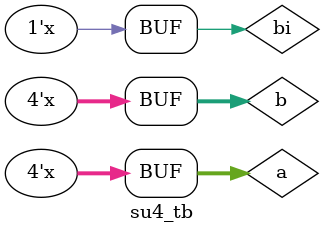
<source format=v>
`timescale 1ns / 1ps


module su4_tb;

reg [3:0] a;
reg [3:0] b;
reg bi;
wire [3:0] d;
wire bo;
sub4 u_sub4(
.a(a), .b(b), .bi(bi), .d(d), .bo(bo)
);
initial begin
    a=4'D0;
    b=4'D0;
    bi = 1'b0;  
end
always @(a or b or bi)begin
    a <= #10 a+4'D1;
    b <= #20 b-4'D1;
    bi <= #30 ~bi;
 end 
endmodule



</source>
